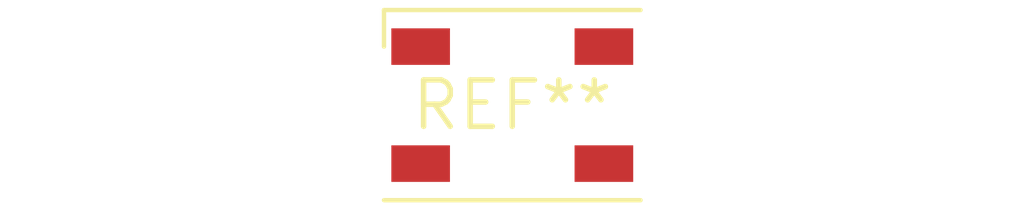
<source format=kicad_pcb>
(kicad_pcb (version 20240108) (generator pcbnew)
  (layers (0 "F.Cu" signal) (31 "B.Cu" signal) (34 "B.Paste" user) (35 "F.Paste" user) (36 "B.SilkS" user "B.Silkscreen") (37 "F.SilkS" user "F.Silkscreen") (38 "B.Mask" user) (39 "F.Mask" user) (44 "Edge.Cuts" user))
  (net 0 "")
  (footprint "LED_Cree-PLCC4_5x5mm_CW" (layer "F.Cu") (at 0 0)
    (property "Reference" "REF**")
    (property "Value" "LED_Cree-PLCC4_5x5mm_CW")
    (fp_line (start -3.5 -2.6) (end 3.5 -2.6) (layer "F.SilkS") (stroke (width 0.12)))
    (fp_line (start -3.5 -1.6) (end -3.5 -2.6) (layer "F.SilkS") (stroke (width 0.12)))
    (fp_line (start -3.5 2.6) (end 3.5 2.6) (layer "F.SilkS") (stroke (width 0.12)))
    (pad "1" smd rect (at -2.5 -1.6) (size 1.6 1) (layers "F.Cu" "F.Paste" "F.Mask"))
    (pad "2" smd rect (at 2.5 -1.6) (size 1.6 1) (layers "F.Cu" "F.Paste" "F.Mask"))
    (pad "3" smd rect (at 2.5 1.6) (size 1.6 1) (layers "F.Cu" "F.Paste" "F.Mask"))
    (pad "4" smd rect (at -2.5 1.6) (size 1.6 1) (layers "F.Cu" "F.Paste" "F.Mask"))
  )
)
</source>
